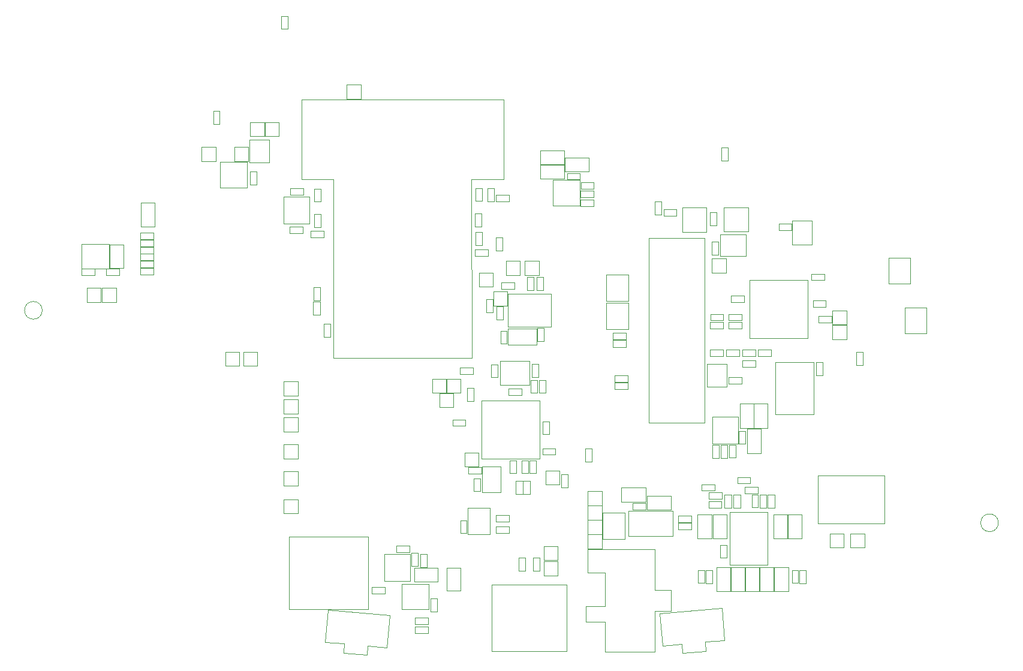
<source format=gbr>
G04 #@! TF.GenerationSoftware,KiCad,Pcbnew,(6.0.4)*
G04 #@! TF.CreationDate,2022-04-03T21:35:01+02:00*
G04 #@! TF.ProjectId,mch2021,6d636832-3032-4312-9e6b-696361645f70,3*
G04 #@! TF.SameCoordinates,Original*
G04 #@! TF.FileFunction,Other,User*
%FSLAX46Y46*%
G04 Gerber Fmt 4.6, Leading zero omitted, Abs format (unit mm)*
G04 Created by KiCad (PCBNEW (6.0.4)) date 2022-04-03 21:35:01*
%MOMM*%
%LPD*%
G01*
G04 APERTURE LIST*
%ADD10C,0.050000*%
%ADD11C,0.120000*%
G04 APERTURE END LIST*
D10*
X66250000Y-30000000D02*
G75*
G03*
X66250000Y-30000000I-1250000J0D01*
G01*
X-68750000Y0D02*
G75*
G03*
X-68750000Y0I-1250000J0D01*
G01*
X25570000Y-1670000D02*
X25570000Y-2610000D01*
X25570000Y-2610000D02*
X27430000Y-2610000D01*
X27430000Y-1670000D02*
X25570000Y-1670000D01*
X27430000Y-2610000D02*
X27430000Y-1670000D01*
X25590000Y-1435000D02*
X27410000Y-1435000D01*
X27410000Y-515000D02*
X25590000Y-515000D01*
X27410000Y-1435000D02*
X27410000Y-515000D01*
X25590000Y-515000D02*
X25590000Y-1435000D01*
X46210000Y-5845000D02*
X46210000Y-7705000D01*
X46210000Y-7705000D02*
X47150000Y-7705000D01*
X47150000Y-5845000D02*
X46210000Y-5845000D01*
X47150000Y-7705000D02*
X47150000Y-5845000D01*
X27840000Y-5540000D02*
X27840000Y-6460000D01*
X27840000Y-6460000D02*
X29660000Y-6460000D01*
X29660000Y-6460000D02*
X29660000Y-5540000D01*
X29660000Y-5540000D02*
X27840000Y-5540000D01*
X21636300Y11013500D02*
X25036300Y11013500D01*
X21636300Y14513500D02*
X21636300Y11013500D01*
X25036300Y14513500D02*
X21636300Y14513500D01*
X25036300Y11013500D02*
X25036300Y14513500D01*
X28498120Y1140200D02*
X30318120Y1140200D01*
X30318120Y2060200D02*
X28498120Y2060200D01*
X30318120Y1140200D02*
X30318120Y2060200D01*
X28498120Y2060200D02*
X28498120Y1140200D01*
X27440900Y14549860D02*
X27440900Y11149860D01*
X30940900Y14549860D02*
X27440900Y14549860D01*
X27440900Y11149860D02*
X30940900Y11149860D01*
X30940900Y11149860D02*
X30940900Y14549860D01*
X14008700Y5027540D02*
X14008700Y1327540D01*
X14008700Y5027540D02*
X10908700Y5027540D01*
X10908700Y1327540D02*
X14008700Y1327540D01*
X10908700Y1327540D02*
X10908700Y5027540D01*
X40865000Y-820000D02*
X40865000Y-1760000D01*
X42725000Y-1760000D02*
X42725000Y-820000D01*
X40865000Y-1760000D02*
X42725000Y-1760000D01*
X42725000Y-820000D02*
X40865000Y-820000D01*
X14008700Y1033540D02*
X14008700Y-2666460D01*
X14008700Y1033540D02*
X10908700Y1033540D01*
X10908700Y-2666460D02*
X10908700Y1033540D01*
X10908700Y-2666460D02*
X14008700Y-2666460D01*
X17760000Y13545000D02*
X18700000Y13545000D01*
X17760000Y15405000D02*
X17760000Y13545000D01*
X18700000Y13545000D02*
X18700000Y15405000D01*
X18700000Y15405000D02*
X17760000Y15405000D01*
D11*
X8250000Y-37000000D02*
X10750000Y-37000000D01*
X17750000Y-42500000D02*
X20000000Y-42500000D01*
X17750000Y-33750000D02*
X8500000Y-33750000D01*
X8500000Y-33750000D02*
X8250000Y-33750000D01*
X8000000Y-41750000D02*
X8000000Y-44000000D01*
X10750000Y-44000000D02*
X10750000Y-48250000D01*
X10750000Y-41750000D02*
X8250000Y-41750000D01*
X8000000Y-44000000D02*
X10750000Y-44000000D01*
X8250000Y-41750000D02*
X8000000Y-41750000D01*
X17750000Y-48250000D02*
X17750000Y-42500000D01*
X20000000Y-39500000D02*
X17750000Y-39500000D01*
X10750000Y-48250000D02*
X17750000Y-48250000D01*
X10750000Y-37000000D02*
X10750000Y-41750000D01*
X17750000Y-34750000D02*
X17750000Y-33750000D01*
X17750000Y-39500000D02*
X17750000Y-34750000D01*
X20000000Y-42500000D02*
X20000000Y-39500000D01*
X8250000Y-33750000D02*
X8250000Y-37000000D01*
D10*
X16871040Y-15874560D02*
X16871040Y10225440D01*
X16871040Y10225440D02*
X24771040Y10225440D01*
X24771040Y-15874560D02*
X16871040Y-15874560D01*
X24771040Y10225440D02*
X24771040Y-15874560D01*
X53848660Y7440680D02*
X53848660Y3740680D01*
X53848660Y7440680D02*
X50748660Y7440680D01*
X50748660Y3740680D02*
X53848660Y3740680D01*
X50748660Y3740680D02*
X50748660Y7440680D01*
X53020000Y-3280000D02*
X53020000Y420000D01*
X56120000Y420000D02*
X53020000Y420000D01*
X53020000Y-3280000D02*
X56120000Y-3280000D01*
X56120000Y420000D02*
X56120000Y-3280000D01*
X31930000Y-7030000D02*
X30070000Y-7030000D01*
X30070000Y-7970000D02*
X31930000Y-7970000D01*
X31930000Y-7970000D02*
X31930000Y-7030000D01*
X30070000Y-7030000D02*
X30070000Y-7970000D01*
X12075000Y-11120000D02*
X13935000Y-11120000D01*
X13935000Y-11120000D02*
X13935000Y-10180000D01*
X12075000Y-10180000D02*
X12075000Y-11120000D01*
X13935000Y-10180000D02*
X12075000Y-10180000D01*
X31930000Y-5530000D02*
X30070000Y-5530000D01*
X31930000Y-6470000D02*
X31930000Y-5530000D01*
X30070000Y-5530000D02*
X30070000Y-6470000D01*
X30070000Y-6470000D02*
X31930000Y-6470000D01*
X18971040Y14297760D02*
X18971040Y13357760D01*
X20831040Y14297760D02*
X18971040Y14297760D01*
X18971040Y13357760D02*
X20831040Y13357760D01*
X20831040Y13357760D02*
X20831040Y14297760D01*
X-5801000Y8598000D02*
X-7661000Y8598000D01*
X-5801000Y7658000D02*
X-5801000Y8598000D01*
X-7661000Y7658000D02*
X-5801000Y7658000D01*
X-7661000Y8598000D02*
X-7661000Y7658000D01*
X25561520Y13857940D02*
X25561520Y11997940D01*
X26501520Y11997940D02*
X26501520Y13857940D01*
X26501520Y13857940D02*
X25561520Y13857940D01*
X25561520Y11997940D02*
X26501520Y11997940D01*
X25570000Y-6470000D02*
X27430000Y-6470000D01*
X27430000Y-5530000D02*
X25570000Y-5530000D01*
X27430000Y-6470000D02*
X27430000Y-5530000D01*
X25570000Y-5530000D02*
X25570000Y-6470000D01*
X27885800Y-10789720D02*
X27885800Y-7589720D01*
X27885800Y-10789720D02*
X25085800Y-10789720D01*
X25085800Y-7589720D02*
X27885800Y-7589720D01*
X25085800Y-10789720D02*
X25085800Y-7589720D01*
X39861400Y5164080D02*
X39861400Y4244080D01*
X41681400Y5164080D02*
X39861400Y5164080D01*
X41681400Y4244080D02*
X41681400Y5164080D01*
X39861400Y4244080D02*
X41681400Y4244080D01*
X31121040Y4273440D02*
X39361040Y4273440D01*
X39361040Y-3966560D02*
X31121040Y-3966560D01*
X31121040Y-3966560D02*
X31121040Y4273440D01*
X39361040Y4273440D02*
X39361040Y-3966560D01*
X28190000Y-1435000D02*
X30010000Y-1435000D01*
X30010000Y-515000D02*
X28190000Y-515000D01*
X30010000Y-1435000D02*
X30010000Y-515000D01*
X28190000Y-515000D02*
X28190000Y-1435000D01*
X-4628140Y547820D02*
X-4628140Y-1272180D01*
X-4628140Y-1272180D02*
X-3708140Y-1272180D01*
X-3708140Y-1272180D02*
X-3708140Y547820D01*
X-3708140Y547820D02*
X-4628140Y547820D01*
X-3910000Y3960000D02*
X-3910000Y3040000D01*
X-3910000Y3040000D02*
X-2090000Y3040000D01*
X-2090000Y3960000D02*
X-3910000Y3960000D01*
X-2090000Y3040000D02*
X-2090000Y3960000D01*
X-4050000Y-4705000D02*
X-3130000Y-4705000D01*
X-4050000Y-2885000D02*
X-4050000Y-4705000D01*
X-3130000Y-4705000D02*
X-3130000Y-2885000D01*
X-3130000Y-2885000D02*
X-4050000Y-2885000D01*
X1137720Y-4323620D02*
X2057720Y-4323620D01*
X1137720Y-2503620D02*
X1137720Y-4323620D01*
X2057720Y-2503620D02*
X1137720Y-2503620D01*
X2057720Y-4323620D02*
X2057720Y-2503620D01*
X27160000Y22950000D02*
X27160000Y21130000D01*
X27160000Y21130000D02*
X28080000Y21130000D01*
X28080000Y22950000D02*
X27160000Y22950000D01*
X28080000Y21130000D02*
X28080000Y22950000D01*
X-11600000Y-36373000D02*
X-11600000Y-39573000D01*
X-11600000Y-36373000D02*
X-9700000Y-36373000D01*
X-11600000Y-39573000D02*
X-9700000Y-39573000D01*
X-9700000Y-36373000D02*
X-9700000Y-39573000D01*
X-31880000Y17210000D02*
X-33740000Y17210000D01*
X-33740000Y16270000D02*
X-31880000Y16270000D01*
X-33740000Y17210000D02*
X-33740000Y16270000D01*
X-31880000Y16270000D02*
X-31880000Y17210000D01*
X-15730000Y-36145000D02*
X-15730000Y-34285000D01*
X-16670000Y-36145000D02*
X-15730000Y-36145000D01*
X-16670000Y-34285000D02*
X-16670000Y-36145000D01*
X-15730000Y-34285000D02*
X-16670000Y-34285000D01*
X680000Y4735000D02*
X-260000Y4735000D01*
X680000Y2875000D02*
X680000Y4735000D01*
X-260000Y4735000D02*
X-260000Y2875000D01*
X-260000Y2875000D02*
X680000Y2875000D01*
X-6070000Y1585000D02*
X-6070000Y-275000D01*
X-5130000Y1585000D02*
X-6070000Y1585000D01*
X-5130000Y-275000D02*
X-5130000Y1585000D01*
X-6070000Y-275000D02*
X-5130000Y-275000D01*
X1090000Y4740000D02*
X1090000Y2880000D01*
X1090000Y2880000D02*
X2030000Y2880000D01*
X2030000Y2880000D02*
X2030000Y4740000D01*
X2030000Y4740000D02*
X1090000Y4740000D01*
X-25765000Y29861000D02*
X-23765000Y29861000D01*
X-25765000Y29861000D02*
X-25765000Y31861000D01*
X-23765000Y31861000D02*
X-25765000Y31861000D01*
X-23765000Y31861000D02*
X-23765000Y29861000D01*
X-3286000Y4969000D02*
X-1286000Y4969000D01*
X-3286000Y4969000D02*
X-3286000Y6969000D01*
X-1286000Y6969000D02*
X-3286000Y6969000D01*
X-1286000Y6969000D02*
X-1286000Y4969000D01*
X27784300Y7283960D02*
X25784300Y7283960D01*
X27784300Y7283960D02*
X27784300Y5283960D01*
X25784300Y5283960D02*
X25784300Y7283960D01*
X25784300Y5283960D02*
X27784300Y5283960D01*
X44800000Y0D02*
X44800000Y-2000000D01*
X42800000Y-2000000D02*
X42800000Y0D01*
X44800000Y0D02*
X42800000Y0D01*
X42800000Y-2000000D02*
X44800000Y-2000000D01*
X-39466980Y24079000D02*
X-39466980Y20879000D01*
X-39466980Y24079000D02*
X-36666980Y24079000D01*
X-36666980Y20879000D02*
X-39466980Y20879000D01*
X-36666980Y24079000D02*
X-36666980Y20879000D01*
X-4675000Y16300000D02*
X-4675000Y15380000D01*
X-2855000Y15380000D02*
X-2855000Y16300000D01*
X-4675000Y15380000D02*
X-2855000Y15380000D01*
X-2855000Y16300000D02*
X-4675000Y16300000D01*
X-12867500Y-38270000D02*
X-12867500Y-36370000D01*
X-16227500Y-36370000D02*
X-16227500Y-38270000D01*
X-12867500Y-36370000D02*
X-16227500Y-36370000D01*
X-16227500Y-38270000D02*
X-12867500Y-38270000D01*
X-2980000Y-2550640D02*
X1020000Y-2550640D01*
X-2980000Y-4850640D02*
X1020000Y-4850640D01*
X-2980000Y-4850640D02*
X-2980000Y-2550640D01*
X1020000Y-4850640D02*
X1020000Y-2550640D01*
X-3000000Y-2350000D02*
X-3000000Y2350000D01*
X-3000000Y2350000D02*
X3100000Y2350000D01*
X3100000Y-2350000D02*
X-3000000Y-2350000D01*
X3100000Y-2300000D02*
X3100000Y-2350000D01*
X3100000Y2350000D02*
X3100000Y-2300000D01*
X-4924720Y15402200D02*
X-4924720Y17262200D01*
X-4924720Y17262200D02*
X-5864720Y17262200D01*
X-5864720Y17262200D02*
X-5864720Y15402200D01*
X-5864720Y15402200D02*
X-4924720Y15402200D01*
X-3730000Y10255000D02*
X-4670000Y10255000D01*
X-3730000Y8395000D02*
X-3730000Y10255000D01*
X-4670000Y10255000D02*
X-4670000Y8395000D01*
X-4670000Y8395000D02*
X-3730000Y8395000D01*
X-7581920Y15447600D02*
X-6661920Y15447600D01*
X-7581920Y17267600D02*
X-7581920Y15447600D01*
X-6661920Y15447600D02*
X-6661920Y17267600D01*
X-6661920Y17267600D02*
X-7581920Y17267600D01*
X-6717960Y11795400D02*
X-6717960Y13655400D01*
X-7657960Y11795400D02*
X-6717960Y11795400D01*
X-6717960Y13655400D02*
X-7657960Y13655400D01*
X-7657960Y13655400D02*
X-7657960Y11795400D01*
X-29005000Y11225000D02*
X-30865000Y11225000D01*
X-29005000Y10285000D02*
X-29005000Y11225000D01*
X-30865000Y11225000D02*
X-30865000Y10285000D01*
X-30865000Y10285000D02*
X-29005000Y10285000D01*
X-30340320Y17166000D02*
X-30340320Y15346000D01*
X-30340320Y15346000D02*
X-29420320Y15346000D01*
X-29420320Y17166000D02*
X-30340320Y17166000D01*
X-29420320Y15346000D02*
X-29420320Y17166000D01*
X-30479720Y-668400D02*
X-29539720Y-668400D01*
X-29539720Y1191600D02*
X-30479720Y1191600D01*
X-29539720Y-668400D02*
X-29539720Y1191600D01*
X-30479720Y1191600D02*
X-30479720Y-668400D01*
X-28980520Y-1871600D02*
X-28980520Y-3731600D01*
X-28980520Y-3731600D02*
X-28040520Y-3731600D01*
X-28040520Y-3731600D02*
X-28040520Y-1871600D01*
X-28040520Y-1871600D02*
X-28980520Y-1871600D01*
X-30350320Y13553800D02*
X-30350320Y11693800D01*
X-30350320Y11693800D02*
X-29410320Y11693800D01*
X-29410320Y11693800D02*
X-29410320Y13553800D01*
X-29410320Y13553800D02*
X-30350320Y13553800D01*
X-14150000Y-42220000D02*
X-14150000Y-38620000D01*
X-14150000Y-38620000D02*
X-17950000Y-38620000D01*
X-17950000Y-38620000D02*
X-17950000Y-42220000D01*
X-17950000Y-42220000D02*
X-14150000Y-42220000D01*
X-14270000Y-43380000D02*
X-16130000Y-43380000D01*
X-16130000Y-43380000D02*
X-16130000Y-44320000D01*
X-14270000Y-44320000D02*
X-14270000Y-43380000D01*
X-16130000Y-44320000D02*
X-14270000Y-44320000D01*
X-19675464Y-43055455D02*
X-28441977Y-42288485D01*
X-26212303Y-48355902D02*
X-22924860Y-48643516D01*
X-20072022Y-47588141D02*
X-19675464Y-43055455D01*
X-22811558Y-47348463D02*
X-20072022Y-47588141D01*
X-22924860Y-48643516D02*
X-22811558Y-47348463D01*
X-26099000Y-47060849D02*
X-26212303Y-48355902D01*
X-28441977Y-42288485D02*
X-28838536Y-46821171D01*
X-28838536Y-46821171D02*
X-26099000Y-47060849D01*
X-14420000Y-36255000D02*
X-14420000Y-34435000D01*
X-14420000Y-34435000D02*
X-15340000Y-34435000D01*
X-15340000Y-36255000D02*
X-14420000Y-36255000D01*
X-15340000Y-34435000D02*
X-15340000Y-36255000D01*
X-34646860Y16061800D02*
X-34646860Y12261800D01*
X-31046860Y16061800D02*
X-34646860Y16061800D01*
X-34646860Y12261800D02*
X-31046860Y12261800D01*
X-31046860Y12261800D02*
X-31046860Y16061800D01*
X-33853060Y11799700D02*
X-33853060Y10859700D01*
X-33853060Y10859700D02*
X-31993060Y10859700D01*
X-31993060Y10859700D02*
X-31993060Y11799700D01*
X-31993060Y11799700D02*
X-33853060Y11799700D01*
X-54848320Y15212800D02*
X-54848320Y11812800D01*
X-54848320Y11812800D02*
X-52888320Y11812800D01*
X-52888320Y11812800D02*
X-52888320Y15212800D01*
X-52888320Y15212800D02*
X-54848320Y15212800D01*
X13703520Y-4107280D02*
X13703520Y-3167280D01*
X11843520Y-4107280D02*
X13703520Y-4107280D01*
X13703520Y-3167280D02*
X11843520Y-3167280D01*
X11843520Y-3167280D02*
X11843520Y-4107280D01*
X-39420900Y19581220D02*
X-39420900Y17721220D01*
X-38480900Y17721220D02*
X-38480900Y19581220D01*
X-38480900Y19581220D02*
X-39420900Y19581220D01*
X-39420900Y17721220D02*
X-38480900Y17721220D01*
X546000Y-34884000D02*
X546000Y-36744000D01*
X1486000Y-34884000D02*
X546000Y-34884000D01*
X546000Y-36744000D02*
X1486000Y-36744000D01*
X1486000Y-36744000D02*
X1486000Y-34884000D01*
X-44610000Y26320000D02*
X-43690000Y26320000D01*
X-43690000Y26320000D02*
X-43690000Y28140000D01*
X-44610000Y28140000D02*
X-44610000Y26320000D01*
X-43690000Y28140000D02*
X-44610000Y28140000D01*
X-546000Y-34884000D02*
X-1486000Y-34884000D01*
X-1486000Y-36744000D02*
X-546000Y-36744000D01*
X-546000Y-36744000D02*
X-546000Y-34884000D01*
X-1486000Y-34884000D02*
X-1486000Y-36744000D01*
X25750420Y9687920D02*
X25750420Y7827920D01*
X25750420Y7827920D02*
X26690420Y7827920D01*
X26690420Y9687920D02*
X25750420Y9687920D01*
X26690420Y7827920D02*
X26690420Y9687920D01*
X32340000Y-6460000D02*
X34160000Y-6460000D01*
X34160000Y-6460000D02*
X34160000Y-5540000D01*
X32340000Y-5540000D02*
X32340000Y-6460000D01*
X34160000Y-5540000D02*
X32340000Y-5540000D01*
X26940900Y10721940D02*
X26940900Y7621940D01*
X26940900Y10721940D02*
X30640900Y10721940D01*
X30640900Y7621940D02*
X26940900Y7621940D01*
X30640900Y7621940D02*
X30640900Y10721940D01*
X30010000Y-1680000D02*
X28190000Y-1680000D01*
X28190000Y-1680000D02*
X28190000Y-2600000D01*
X28190000Y-2600000D02*
X30010000Y-2600000D01*
X30010000Y-2600000D02*
X30010000Y-1680000D01*
X-33921000Y-31984000D02*
X-22721000Y-31984000D01*
X-22721000Y-31984000D02*
X-22721000Y-42184000D01*
X-33921000Y-42184000D02*
X-33921000Y-31984000D01*
X-22721000Y-42184000D02*
X-33921000Y-42184000D01*
X34800000Y-14700000D02*
X34800000Y-7300000D01*
X34800000Y-7300000D02*
X40200000Y-7300000D01*
X40200000Y-7300000D02*
X40200000Y-14700000D01*
X40200000Y-14700000D02*
X34800000Y-14700000D01*
X41470000Y-9180000D02*
X41470000Y-7320000D01*
X40530000Y-7320000D02*
X40530000Y-9180000D01*
X41470000Y-7320000D02*
X40530000Y-7320000D01*
X40530000Y-9180000D02*
X41470000Y-9180000D01*
X7920000Y-21355000D02*
X8860000Y-21355000D01*
X8860000Y-19495000D02*
X7920000Y-19495000D01*
X8860000Y-21355000D02*
X8860000Y-19495000D01*
X7920000Y-19495000D02*
X7920000Y-21355000D01*
X32337200Y-26016000D02*
X31417200Y-26016000D01*
X31417200Y-27836000D02*
X32337200Y-27836000D01*
X31417200Y-26016000D02*
X31417200Y-27836000D01*
X32337200Y-27836000D02*
X32337200Y-26016000D01*
X1310000Y-9415000D02*
X1310000Y-7595000D01*
X390000Y-9415000D02*
X1310000Y-9415000D01*
X390000Y-7595000D02*
X390000Y-9415000D01*
X1310000Y-7595000D02*
X390000Y-7595000D01*
X-4120000Y-7130000D02*
X80000Y-7130000D01*
X80000Y-10530000D02*
X-4120000Y-10530000D01*
X-4120000Y-10530000D02*
X-4120000Y-7130000D01*
X80000Y-7130000D02*
X80000Y-10530000D01*
X2296920Y-24624540D02*
X2296920Y-22624540D01*
X4296920Y-22624540D02*
X4296920Y-24624540D01*
X2296920Y-24624540D02*
X4296920Y-24624540D01*
X4296920Y-22624540D02*
X2296920Y-22624540D01*
X-5360000Y-7630000D02*
X-5360000Y-9450000D01*
X-4440000Y-9450000D02*
X-4440000Y-7630000D01*
X-5360000Y-9450000D02*
X-4440000Y-9450000D01*
X-4440000Y-7630000D02*
X-5360000Y-7630000D01*
X-7826000Y-25548000D02*
X-6906000Y-25548000D01*
X-6906000Y-25548000D02*
X-6906000Y-23728000D01*
X-6906000Y-23728000D02*
X-7826000Y-23728000D01*
X-7826000Y-23728000D02*
X-7826000Y-25548000D01*
X-8996000Y-15415000D02*
X-10816000Y-15415000D01*
X-8996000Y-16335000D02*
X-8996000Y-15415000D01*
X-10816000Y-15415000D02*
X-10816000Y-16335000D01*
X-10816000Y-16335000D02*
X-8996000Y-16335000D01*
X5438240Y-24999040D02*
X5438240Y-23139040D01*
X4498240Y-24999040D02*
X5438240Y-24999040D01*
X4498240Y-23139040D02*
X4498240Y-24999040D01*
X5438240Y-23139040D02*
X4498240Y-23139040D01*
X16432000Y-27015000D02*
X16432000Y-25055000D01*
X13032000Y-25055000D02*
X13032000Y-27015000D01*
X16432000Y-25055000D02*
X13032000Y-25055000D01*
X13032000Y-27015000D02*
X16432000Y-27015000D01*
X16460000Y-28146000D02*
X16460000Y-27226000D01*
X14640000Y-27226000D02*
X14640000Y-28146000D01*
X16460000Y-27226000D02*
X14640000Y-27226000D01*
X14640000Y-28146000D02*
X16460000Y-28146000D01*
X22881000Y-30020000D02*
X21061000Y-30020000D01*
X22881000Y-30940000D02*
X22881000Y-30020000D01*
X21061000Y-30940000D02*
X22881000Y-30940000D01*
X21061000Y-30020000D02*
X21061000Y-30940000D01*
X14035000Y-28349000D02*
X14035000Y-31849000D01*
X20255000Y-28349000D02*
X14035000Y-28349000D01*
X14035000Y-31849000D02*
X20255000Y-31849000D01*
X20255000Y-31849000D02*
X20255000Y-28349000D01*
X22881000Y-29004000D02*
X21061000Y-29004000D01*
X21061000Y-29004000D02*
X21061000Y-29924000D01*
X22881000Y-29924000D02*
X22881000Y-29004000D01*
X21061000Y-29924000D02*
X22881000Y-29924000D01*
X27977200Y-20830000D02*
X27977200Y-18970000D01*
X27037200Y-20830000D02*
X27977200Y-20830000D01*
X27977200Y-18970000D02*
X27037200Y-18970000D01*
X27037200Y-18970000D02*
X27037200Y-20830000D01*
X29167200Y-18990000D02*
X28247200Y-18990000D01*
X29167200Y-20810000D02*
X29167200Y-18990000D01*
X28247200Y-18990000D02*
X28247200Y-20810000D01*
X28247200Y-20810000D02*
X29167200Y-20810000D01*
X25837200Y-18970000D02*
X25837200Y-20830000D01*
X26777200Y-20830000D02*
X26777200Y-18970000D01*
X26777200Y-18970000D02*
X25837200Y-18970000D01*
X25837200Y-20830000D02*
X26777200Y-20830000D01*
X-43631900Y17341560D02*
X-39831900Y17341560D01*
X-39831900Y20941560D02*
X-43631900Y20941560D01*
X-39831900Y17341560D02*
X-39831900Y20941560D01*
X-43631900Y20941560D02*
X-43631900Y17341560D01*
X9130000Y16860100D02*
X7270000Y16860100D01*
X7270000Y15920100D02*
X9130000Y15920100D01*
X7270000Y16860100D02*
X7270000Y15920100D01*
X9130000Y15920100D02*
X9130000Y16860100D01*
X7290000Y17130100D02*
X9110000Y17130100D01*
X7290000Y18050100D02*
X7290000Y17130100D01*
X9110000Y17130100D02*
X9110000Y18050100D01*
X9110000Y18050100D02*
X7290000Y18050100D01*
X7157980Y19390000D02*
X5337980Y19390000D01*
X7157980Y18470000D02*
X7157980Y19390000D01*
X5337980Y19390000D02*
X5337980Y18470000D01*
X5337980Y18470000D02*
X7157980Y18470000D01*
X1547980Y20610100D02*
X4947980Y20610100D01*
X4947980Y22570100D02*
X1547980Y22570100D01*
X4947980Y20610100D02*
X4947980Y22570100D01*
X1547980Y22570100D02*
X1547980Y20610100D01*
X5012500Y19594000D02*
X8412500Y19594000D01*
X5012500Y21554000D02*
X5012500Y19594000D01*
X8412500Y19594000D02*
X8412500Y21554000D01*
X8412500Y21554000D02*
X5012500Y21554000D01*
X1547980Y20570100D02*
X1547980Y18610100D01*
X4947980Y20570100D02*
X1547980Y20570100D01*
X1547980Y18610100D02*
X4947980Y18610100D01*
X4947980Y18610100D02*
X4947980Y20570100D01*
X7270000Y14720100D02*
X9130000Y14720100D01*
X9130000Y15660100D02*
X7270000Y15660100D01*
X9130000Y14720100D02*
X9130000Y15660100D01*
X7270000Y15660100D02*
X7270000Y14720100D01*
X3347980Y18390100D02*
X3347980Y14790100D01*
X3347980Y14790100D02*
X7147980Y14790100D01*
X7147980Y14790100D02*
X7147980Y18390100D01*
X7147980Y18390100D02*
X3347980Y18390100D01*
X-9799620Y-8080000D02*
X-9799620Y-9020000D01*
X-7939620Y-9020000D02*
X-7939620Y-8080000D01*
X-7939620Y-8080000D02*
X-9799620Y-8080000D01*
X-9799620Y-9020000D02*
X-7939620Y-9020000D01*
X-16840000Y-38210000D02*
X-16840000Y-34410000D01*
X-20440000Y-34410000D02*
X-20440000Y-38210000D01*
X-20440000Y-38210000D02*
X-16840000Y-38210000D01*
X-16840000Y-34410000D02*
X-20440000Y-34410000D01*
X-18735000Y-33240000D02*
X-18735000Y-34180000D01*
X-18735000Y-34180000D02*
X-16875000Y-34180000D01*
X-16875000Y-33240000D02*
X-18735000Y-33240000D01*
X-16875000Y-34180000D02*
X-16875000Y-33240000D01*
X-22181620Y-39072580D02*
X-22181620Y-40012580D01*
X-20321620Y-39072580D02*
X-22181620Y-39072580D01*
X-20321620Y-40012580D02*
X-20321620Y-39072580D01*
X-22181620Y-40012580D02*
X-20321620Y-40012580D01*
X-30470000Y1435000D02*
X-29530000Y1435000D01*
X-29530000Y1435000D02*
X-29530000Y3295000D01*
X-29530000Y3295000D02*
X-30470000Y3295000D01*
X-30470000Y3295000D02*
X-30470000Y1435000D01*
X-34084000Y41550000D02*
X-35004000Y41550000D01*
X-34084000Y39730000D02*
X-34084000Y41550000D01*
X-35004000Y39730000D02*
X-34084000Y39730000D01*
X-35004000Y41550000D02*
X-35004000Y39730000D01*
X40090000Y443440D02*
X41910000Y443440D01*
X40090000Y1363440D02*
X40090000Y443440D01*
X41910000Y443440D02*
X41910000Y1363440D01*
X41910000Y1363440D02*
X40090000Y1363440D01*
X20011500Y-28158000D02*
X20011500Y-26198000D01*
X20011500Y-26198000D02*
X16611500Y-26198000D01*
X16611500Y-28158000D02*
X20011500Y-28158000D01*
X16611500Y-26198000D02*
X16611500Y-28158000D01*
X31687200Y-13205360D02*
X29727200Y-13205360D01*
X29727200Y-16605360D02*
X31687200Y-16605360D01*
X31687200Y-16605360D02*
X31687200Y-13205360D01*
X29727200Y-13205360D02*
X29727200Y-16605360D01*
X25907200Y-15005360D02*
X25907200Y-18805360D01*
X25907200Y-18805360D02*
X29507200Y-18805360D01*
X29507200Y-15005360D02*
X25907200Y-15005360D01*
X29507200Y-18805360D02*
X29507200Y-15005360D01*
X30770000Y-16757500D02*
X30770000Y-20157500D01*
X30770000Y-20157500D02*
X32730000Y-20157500D01*
X32730000Y-20157500D02*
X32730000Y-16757500D01*
X32730000Y-16757500D02*
X30770000Y-16757500D01*
X31727200Y-13205360D02*
X31727200Y-16605360D01*
X31727200Y-16605360D02*
X33687200Y-16605360D01*
X33687200Y-13205360D02*
X31727200Y-13205360D01*
X33687200Y-16605360D02*
X33687200Y-13205360D01*
X30535000Y-18870000D02*
X30535000Y-17050000D01*
X30535000Y-17050000D02*
X29615000Y-17050000D01*
X29615000Y-18870000D02*
X30535000Y-18870000D01*
X29615000Y-17050000D02*
X29615000Y-18870000D01*
X-13922000Y-40700000D02*
X-13922000Y-42520000D01*
X-13002000Y-42520000D02*
X-13002000Y-40700000D01*
X-13922000Y-42520000D02*
X-13002000Y-42520000D01*
X-13002000Y-40700000D02*
X-13922000Y-40700000D01*
X-46237860Y21070060D02*
X-46237860Y23070060D01*
X-46237860Y21070060D02*
X-44237860Y21070060D01*
X-44237860Y23070060D02*
X-44237860Y21070060D01*
X-44237860Y23070060D02*
X-46237860Y23070060D01*
X-39640000Y23070060D02*
X-41640000Y23070060D01*
X-39640000Y23070060D02*
X-39640000Y21070060D01*
X-41640000Y21070060D02*
X-41640000Y23070060D01*
X-41640000Y21070060D02*
X-39640000Y21070060D01*
X-37325000Y24577680D02*
X-37325000Y26577680D01*
X-35325000Y26577680D02*
X-37325000Y26577680D01*
X-37325000Y24577680D02*
X-35325000Y24577680D01*
X-35325000Y26577680D02*
X-35325000Y24577680D01*
X-39412880Y24577680D02*
X-39412880Y26577680D01*
X-37412880Y26577680D02*
X-39412880Y26577680D01*
X-37412880Y26577680D02*
X-37412880Y24577680D01*
X-39412880Y24577680D02*
X-37412880Y24577680D01*
X-53070000Y10970000D02*
X-54930000Y10970000D01*
X-54930000Y10970000D02*
X-54930000Y10030000D01*
X-54930000Y10030000D02*
X-53070000Y10030000D01*
X-53070000Y10030000D02*
X-53070000Y10970000D01*
X-53070000Y9030000D02*
X-53070000Y9970000D01*
X-54930000Y9030000D02*
X-53070000Y9030000D01*
X-54930000Y9970000D02*
X-54930000Y9030000D01*
X-53070000Y9970000D02*
X-54930000Y9970000D01*
X-54930000Y8030000D02*
X-53070000Y8030000D01*
X-53070000Y8970000D02*
X-54930000Y8970000D01*
X-54930000Y8970000D02*
X-54930000Y8030000D01*
X-53070000Y8030000D02*
X-53070000Y8970000D01*
X-53070000Y7970000D02*
X-54930000Y7970000D01*
X-54930000Y7030000D02*
X-53070000Y7030000D01*
X-53070000Y7030000D02*
X-53070000Y7970000D01*
X-54930000Y7970000D02*
X-54930000Y7030000D01*
X-54930000Y6030000D02*
X-53070000Y6030000D01*
X-53070000Y6970000D02*
X-54930000Y6970000D01*
X-54930000Y6970000D02*
X-54930000Y6030000D01*
X-53070000Y6030000D02*
X-53070000Y6970000D01*
X-53070000Y5030000D02*
X-53070000Y5970000D01*
X-53070000Y5970000D02*
X-54930000Y5970000D01*
X-54930000Y5970000D02*
X-54930000Y5030000D01*
X-54930000Y5030000D02*
X-53070000Y5030000D01*
X-851000Y-25949000D02*
X89000Y-25949000D01*
X89000Y-25949000D02*
X89000Y-24089000D01*
X89000Y-24089000D02*
X-851000Y-24089000D01*
X-851000Y-24089000D02*
X-851000Y-25949000D01*
X-927000Y-25949000D02*
X-927000Y-24089000D01*
X-927000Y-24089000D02*
X-1867000Y-24089000D01*
X-1867000Y-24089000D02*
X-1867000Y-25949000D01*
X-1867000Y-25949000D02*
X-927000Y-25949000D01*
X-5069020Y2635900D02*
X-3069020Y2635900D01*
X-5069020Y2635900D02*
X-5069020Y635900D01*
X-3069020Y635900D02*
X-5069020Y635900D01*
X-3069020Y635900D02*
X-3069020Y2635900D01*
X-103820Y-21180240D02*
X-1023820Y-21180240D01*
X-1023820Y-23000240D02*
X-103820Y-23000240D01*
X-1023820Y-21180240D02*
X-1023820Y-23000240D01*
X-103820Y-23000240D02*
X-103820Y-21180240D01*
X-2746000Y-23010460D02*
X-1826000Y-23010460D01*
X-2746000Y-21190460D02*
X-2746000Y-23010460D01*
X-1826000Y-21190460D02*
X-2746000Y-21190460D01*
X-1826000Y-23010460D02*
X-1826000Y-21190460D01*
X1884060Y-20396320D02*
X3704060Y-20396320D01*
X3704060Y-19476320D02*
X1884060Y-19476320D01*
X1884060Y-19476320D02*
X1884060Y-20396320D01*
X3704060Y-20396320D02*
X3704060Y-19476320D01*
X2855280Y-15663360D02*
X1935280Y-15663360D01*
X2855280Y-17483360D02*
X2855280Y-15663360D01*
X1935280Y-15663360D02*
X1935280Y-17483360D01*
X1935280Y-17483360D02*
X2855280Y-17483360D01*
X68380Y-23012940D02*
X988380Y-23012940D01*
X68380Y-21192940D02*
X68380Y-23012940D01*
X988380Y-21192940D02*
X68380Y-21192940D01*
X988380Y-23012940D02*
X988380Y-21192940D01*
X218180Y-11654200D02*
X1138180Y-11654200D01*
X1138180Y-11654200D02*
X1138180Y-9834200D01*
X218180Y-9834200D02*
X218180Y-11654200D01*
X1138180Y-9834200D02*
X218180Y-9834200D01*
X-8550000Y-23076000D02*
X-6690000Y-23076000D01*
X-6690000Y-23076000D02*
X-6690000Y-22136000D01*
X-6690000Y-22136000D02*
X-8550000Y-22136000D01*
X-8550000Y-22136000D02*
X-8550000Y-23076000D01*
X-6761780Y-12780780D02*
X-6761780Y-20990780D01*
X-6761780Y-12780780D02*
X1448220Y-12780780D01*
X-6761780Y-20990780D02*
X1448220Y-20990780D01*
X1448220Y-12780780D02*
X1448220Y-20990780D01*
X-13700000Y-11668000D02*
X-11700000Y-11668000D01*
X-11700000Y-9668000D02*
X-11700000Y-11668000D01*
X-11700000Y-9668000D02*
X-13700000Y-9668000D01*
X-13700000Y-11668000D02*
X-13700000Y-9668000D01*
X-9668000Y-9668000D02*
X-11668000Y-9668000D01*
X-11668000Y-11668000D02*
X-9668000Y-11668000D01*
X-9668000Y-9668000D02*
X-9668000Y-11668000D01*
X-11668000Y-11668000D02*
X-11668000Y-9668000D01*
X-3628920Y29765000D02*
X-32128920Y29765000D01*
X-3628920Y18485000D02*
X-8128920Y18485000D01*
X-8108920Y-6705000D02*
X-8128920Y18485000D01*
X-3628920Y29765000D02*
X-3628920Y18485000D01*
X-27628920Y18485000D02*
X-27608920Y-6705000D01*
X-8108920Y-6705000D02*
X-27608920Y-6705000D01*
X-27628920Y18485000D02*
X-32128920Y18485000D01*
X-32128920Y29765000D02*
X-32128920Y18485000D01*
X-4034000Y-22076000D02*
X-6634000Y-22076000D01*
X-6634000Y-22076000D02*
X-6634000Y-25676000D01*
X-6634000Y-25676000D02*
X-4034000Y-25676000D01*
X-4034000Y-25676000D02*
X-4034000Y-22076000D01*
X-7817860Y-12804820D02*
X-7817860Y-10984820D01*
X-7817860Y-10984820D02*
X-8737860Y-10984820D01*
X-8737860Y-12804820D02*
X-7817860Y-12804820D01*
X-8737860Y-10984820D02*
X-8737860Y-12804820D01*
X35244360Y11325600D02*
X37064360Y11325600D01*
X37064360Y12245600D02*
X35244360Y12245600D01*
X37064360Y11325600D02*
X37064360Y12245600D01*
X35244360Y12245600D02*
X35244360Y11325600D01*
X39947040Y9234700D02*
X37147040Y9234700D01*
X37147040Y9234700D02*
X37147040Y12634700D01*
X37147040Y12634700D02*
X39947040Y12634700D01*
X39947040Y12634700D02*
X39947040Y9234700D01*
X1386580Y-11649120D02*
X2306580Y-11649120D01*
X2306580Y-11649120D02*
X2306580Y-9829120D01*
X1386580Y-9829120D02*
X1386580Y-11649120D01*
X2306580Y-9829120D02*
X1386580Y-9829120D01*
X-1079140Y-12006680D02*
X-1079140Y-11066680D01*
X-2939140Y-11066680D02*
X-2939140Y-12006680D01*
X-1079140Y-11066680D02*
X-2939140Y-11066680D01*
X-2939140Y-12006680D02*
X-1079140Y-12006680D01*
X-7096000Y3318000D02*
X-7096000Y5318000D01*
X-5096000Y5318000D02*
X-5096000Y3318000D01*
X-5096000Y5318000D02*
X-7096000Y5318000D01*
X-7096000Y3318000D02*
X-5096000Y3318000D01*
X-7128000Y-20082000D02*
X-9128000Y-20082000D01*
X-7128000Y-20082000D02*
X-7128000Y-22082000D01*
X-9128000Y-22082000D02*
X-7128000Y-22082000D01*
X-9128000Y-22082000D02*
X-9128000Y-20082000D01*
X44800000Y-2100000D02*
X44800000Y-4100000D01*
X42800000Y-4100000D02*
X42800000Y-2100000D01*
X42800000Y-4100000D02*
X44800000Y-4100000D01*
X44800000Y-2100000D02*
X42800000Y-2100000D01*
X-40910000Y-5858000D02*
X-42910000Y-5858000D01*
X-40910000Y-5858000D02*
X-40910000Y-7858000D01*
X-42910000Y-7858000D02*
X-40910000Y-7858000D01*
X-42910000Y-7858000D02*
X-42910000Y-5858000D01*
X-16130000Y-44630000D02*
X-16130000Y-45570000D01*
X-16130000Y-45570000D02*
X-14270000Y-45570000D01*
X-14270000Y-44630000D02*
X-16130000Y-44630000D01*
X-14270000Y-45570000D02*
X-14270000Y-44630000D01*
X-59743500Y5860000D02*
X-59743500Y4920000D01*
X-57883500Y4920000D02*
X-57883500Y5860000D01*
X-57883500Y5860000D02*
X-59743500Y5860000D01*
X-59743500Y4920000D02*
X-57883500Y4920000D01*
X26452000Y-36300000D02*
X26452000Y-39700000D01*
X26452000Y-39700000D02*
X28412000Y-39700000D01*
X28412000Y-39700000D02*
X28412000Y-36300000D01*
X28412000Y-36300000D02*
X26452000Y-36300000D01*
X-32655000Y-26686000D02*
X-34655000Y-26686000D01*
X-34655000Y-28686000D02*
X-34655000Y-26686000D01*
X-32655000Y-26686000D02*
X-32655000Y-28686000D01*
X-34655000Y-28686000D02*
X-32655000Y-28686000D01*
X10271000Y-27575000D02*
X10271000Y-29575000D01*
X8271000Y-29575000D02*
X10271000Y-29575000D01*
X8271000Y-29575000D02*
X8271000Y-27575000D01*
X10271000Y-27575000D02*
X8271000Y-27575000D01*
X33693000Y-25994000D02*
X33693000Y-27854000D01*
X34633000Y-25994000D02*
X33693000Y-25994000D01*
X33693000Y-27854000D02*
X34633000Y-27854000D01*
X34633000Y-27854000D02*
X34633000Y-25994000D01*
X-32655000Y-18939000D02*
X-34655000Y-18939000D01*
X-32655000Y-18939000D02*
X-32655000Y-20939000D01*
X-34655000Y-20939000D02*
X-32655000Y-20939000D01*
X-34655000Y-20939000D02*
X-34655000Y-18939000D01*
X-32655000Y-12589000D02*
X-32655000Y-14589000D01*
X-32655000Y-12589000D02*
X-34655000Y-12589000D01*
X-34655000Y-14589000D02*
X-34655000Y-12589000D01*
X-34655000Y-14589000D02*
X-32655000Y-14589000D01*
X32550000Y-27854000D02*
X33490000Y-27854000D01*
X33490000Y-25994000D02*
X32550000Y-25994000D01*
X33490000Y-27854000D02*
X33490000Y-25994000D01*
X32550000Y-25994000D02*
X32550000Y-27854000D01*
X39078000Y-36662000D02*
X38138000Y-36662000D01*
X38138000Y-38522000D02*
X39078000Y-38522000D01*
X38138000Y-36662000D02*
X38138000Y-38522000D01*
X39078000Y-38522000D02*
X39078000Y-36662000D01*
X36510400Y-28830800D02*
X36510400Y-32230800D01*
X38470400Y-32230800D02*
X38470400Y-28830800D01*
X38470400Y-28830800D02*
X36510400Y-28830800D01*
X36510400Y-32230800D02*
X38470400Y-32230800D01*
X-8673000Y-31625000D02*
X-5573000Y-31625000D01*
X-5573000Y-27925000D02*
X-8673000Y-27925000D01*
X-8673000Y-31625000D02*
X-8673000Y-27925000D01*
X-5573000Y-27925000D02*
X-5573000Y-31625000D01*
X30439000Y-25870000D02*
X32299000Y-25870000D01*
X32299000Y-24930000D02*
X30439000Y-24930000D01*
X32299000Y-25870000D02*
X32299000Y-24930000D01*
X30439000Y-24930000D02*
X30439000Y-25870000D01*
X11843520Y-5169000D02*
X13703520Y-5169000D01*
X13703520Y-5169000D02*
X13703520Y-4229000D01*
X13703520Y-4229000D02*
X11843520Y-4229000D01*
X11843520Y-4229000D02*
X11843520Y-5169000D01*
X34508000Y-39700000D02*
X34508000Y-36300000D01*
X32548000Y-39700000D02*
X34508000Y-39700000D01*
X34508000Y-36300000D02*
X32548000Y-36300000D01*
X32548000Y-36300000D02*
X32548000Y-39700000D01*
X4048000Y-33290000D02*
X2048000Y-33290000D01*
X2048000Y-35290000D02*
X2048000Y-33290000D01*
X4048000Y-33290000D02*
X4048000Y-35290000D01*
X2048000Y-35290000D02*
X4048000Y-35290000D01*
X44434000Y-31512000D02*
X44434000Y-33512000D01*
X42434000Y-33512000D02*
X44434000Y-33512000D01*
X42434000Y-33512000D02*
X42434000Y-31512000D01*
X44434000Y-31512000D02*
X42434000Y-31512000D01*
X13935000Y-9182000D02*
X12075000Y-9182000D01*
X12075000Y-9182000D02*
X12075000Y-10122000D01*
X13935000Y-10122000D02*
X13935000Y-9182000D01*
X12075000Y-10122000D02*
X13935000Y-10122000D01*
X-4683000Y-30515000D02*
X-4683000Y-31435000D01*
X-2863000Y-31435000D02*
X-2863000Y-30515000D01*
X-4683000Y-31435000D02*
X-2863000Y-31435000D01*
X-2863000Y-30515000D02*
X-4683000Y-30515000D01*
X24363000Y-25479000D02*
X26183000Y-25479000D01*
X26183000Y-24559000D02*
X24363000Y-24559000D01*
X26183000Y-25479000D02*
X26183000Y-24559000D01*
X24363000Y-24559000D02*
X24363000Y-25479000D01*
X28288000Y-35907200D02*
X28288000Y-28507200D01*
X28288000Y-28507200D02*
X33688000Y-28507200D01*
X33688000Y-35907200D02*
X28288000Y-35907200D01*
X33688000Y-28507200D02*
X33688000Y-35907200D01*
X32476000Y-36300000D02*
X30516000Y-36300000D01*
X32476000Y-39700000D02*
X32476000Y-36300000D01*
X30516000Y-36300000D02*
X30516000Y-39700000D01*
X30516000Y-39700000D02*
X32476000Y-39700000D01*
X2048000Y-37449000D02*
X4048000Y-37449000D01*
X4048000Y-35449000D02*
X4048000Y-37449000D01*
X2048000Y-37449000D02*
X2048000Y-35449000D01*
X4048000Y-35449000D02*
X2048000Y-35449000D01*
X28867000Y-25994000D02*
X28867000Y-27854000D01*
X29807000Y-25994000D02*
X28867000Y-25994000D01*
X28867000Y-27854000D02*
X29807000Y-27854000D01*
X29807000Y-27854000D02*
X29807000Y-25994000D01*
X-4683000Y-29835000D02*
X-2863000Y-29835000D01*
X-2863000Y-29835000D02*
X-2863000Y-28915000D01*
X-4683000Y-28915000D02*
X-4683000Y-29835000D01*
X-2863000Y-28915000D02*
X-4683000Y-28915000D01*
X38010000Y-38502000D02*
X38010000Y-36682000D01*
X38010000Y-36682000D02*
X37090000Y-36682000D01*
X37090000Y-36682000D02*
X37090000Y-38502000D01*
X37090000Y-38502000D02*
X38010000Y-38502000D01*
X-62468000Y1159000D02*
X-62468000Y3159000D01*
X-60468000Y3159000D02*
X-60468000Y1159000D01*
X-62468000Y1159000D02*
X-60468000Y1159000D01*
X-60468000Y3159000D02*
X-62468000Y3159000D01*
X36580000Y-36300000D02*
X34620000Y-36300000D01*
X36580000Y-39700000D02*
X36580000Y-36300000D01*
X34620000Y-39700000D02*
X36580000Y-39700000D01*
X34620000Y-36300000D02*
X34620000Y-39700000D01*
X-12684000Y-13700000D02*
X-10684000Y-13700000D01*
X-10684000Y-11700000D02*
X-10684000Y-13700000D01*
X-10684000Y-11700000D02*
X-12684000Y-11700000D01*
X-12684000Y-13700000D02*
X-12684000Y-11700000D01*
X13469890Y-28580000D02*
X10369890Y-28580000D01*
X10369890Y-32280000D02*
X13469890Y-32280000D01*
X13469890Y-28580000D02*
X13469890Y-32280000D01*
X10369890Y-32280000D02*
X10369890Y-28580000D01*
X28537000Y-25994000D02*
X27597000Y-25994000D01*
X28537000Y-27854000D02*
X28537000Y-25994000D01*
X27597000Y-27854000D02*
X28537000Y-27854000D01*
X27597000Y-25994000D02*
X27597000Y-27854000D01*
X-9731000Y-31485000D02*
X-8811000Y-31485000D01*
X-9731000Y-29665000D02*
X-9731000Y-31485000D01*
X-8811000Y-31485000D02*
X-8811000Y-29665000D01*
X-8811000Y-29665000D02*
X-9731000Y-29665000D01*
X25349000Y-27892000D02*
X27169000Y-27892000D01*
X27169000Y-27892000D02*
X27169000Y-26972000D01*
X27169000Y-26972000D02*
X25349000Y-26972000D01*
X25349000Y-26972000D02*
X25349000Y-27892000D01*
X40746000Y-30116000D02*
X40746000Y-23316000D01*
X50186000Y-23316000D02*
X50186000Y-30116000D01*
X40746000Y-23316000D02*
X50186000Y-23316000D01*
X50186000Y-30116000D02*
X40746000Y-30116000D01*
X8271000Y-31639000D02*
X10271000Y-31639000D01*
X10271000Y-33639000D02*
X10271000Y-31639000D01*
X10271000Y-33639000D02*
X8271000Y-33639000D01*
X8271000Y-31639000D02*
X8271000Y-33639000D01*
X-32655000Y-10049000D02*
X-34655000Y-10049000D01*
X-34655000Y-12049000D02*
X-32655000Y-12049000D01*
X-32655000Y-10049000D02*
X-32655000Y-12049000D01*
X-34655000Y-12049000D02*
X-34655000Y-10049000D01*
X-63182500Y9320000D02*
X-59342500Y9320000D01*
X-59342500Y9320000D02*
X-59342500Y5920000D01*
X-63182500Y5920000D02*
X-63182500Y9320000D01*
X-59342500Y5920000D02*
X-63182500Y5920000D01*
X-58307000Y3159000D02*
X-60307000Y3159000D01*
X-60307000Y1159000D02*
X-60307000Y3159000D01*
X-60307000Y1159000D02*
X-58307000Y1159000D01*
X-58307000Y3159000D02*
X-58307000Y1159000D01*
X45355000Y-33512000D02*
X45355000Y-31512000D01*
X45355000Y-33512000D02*
X47355000Y-33512000D01*
X47355000Y-31512000D02*
X47355000Y-33512000D01*
X47355000Y-31512000D02*
X45355000Y-31512000D01*
X10271000Y-25543000D02*
X10271000Y-27543000D01*
X8271000Y-27543000D02*
X10271000Y-27543000D01*
X8271000Y-27543000D02*
X8271000Y-25543000D01*
X10271000Y-25543000D02*
X8271000Y-25543000D01*
X10271000Y-31607000D02*
X8271000Y-31607000D01*
X8271000Y-29607000D02*
X10271000Y-29607000D01*
X10271000Y-31607000D02*
X10271000Y-29607000D01*
X8271000Y-29607000D02*
X8271000Y-31607000D01*
X1381000Y6969000D02*
X-619000Y6969000D01*
X-619000Y4969000D02*
X1381000Y4969000D01*
X-619000Y4969000D02*
X-619000Y6969000D01*
X1381000Y6969000D02*
X1381000Y4969000D01*
X26972000Y-34946000D02*
X27892000Y-34946000D01*
X26972000Y-33126000D02*
X26972000Y-34946000D01*
X27892000Y-34946000D02*
X27892000Y-33126000D01*
X27892000Y-33126000D02*
X26972000Y-33126000D01*
X25870000Y-38522000D02*
X25870000Y-36662000D01*
X24930000Y-38522000D02*
X25870000Y-38522000D01*
X24930000Y-36662000D02*
X24930000Y-38522000D01*
X25870000Y-36662000D02*
X24930000Y-36662000D01*
X28153000Y-10376000D02*
X30013000Y-10376000D01*
X30013000Y-9436000D02*
X28153000Y-9436000D01*
X28153000Y-9436000D02*
X28153000Y-10376000D01*
X30013000Y-10376000D02*
X30013000Y-9436000D01*
X-57312500Y5940000D02*
X-57312500Y9300000D01*
X-57312500Y9300000D02*
X-59212500Y9300000D01*
X-59212500Y5940000D02*
X-57312500Y5940000D01*
X-59212500Y9300000D02*
X-59212500Y5940000D01*
X25359000Y-26632000D02*
X27219000Y-26632000D01*
X27219000Y-25692000D02*
X25359000Y-25692000D01*
X27219000Y-26632000D02*
X27219000Y-25692000D01*
X25359000Y-25692000D02*
X25359000Y-26632000D01*
X-63172500Y5860000D02*
X-63172500Y4920000D01*
X-61312500Y4920000D02*
X-61312500Y5860000D01*
X-63172500Y4920000D02*
X-61312500Y4920000D01*
X-61312500Y5860000D02*
X-63172500Y5860000D01*
X28484000Y-36300000D02*
X28484000Y-39700000D01*
X28484000Y-39700000D02*
X30444000Y-39700000D01*
X30444000Y-36300000D02*
X28484000Y-36300000D01*
X30444000Y-39700000D02*
X30444000Y-36300000D01*
X36438400Y-28830800D02*
X34478400Y-28830800D01*
X36438400Y-32230800D02*
X36438400Y-28830800D01*
X34478400Y-32230800D02*
X36438400Y-32230800D01*
X34478400Y-28830800D02*
X34478400Y-32230800D01*
X-32655000Y-22749000D02*
X-32655000Y-24749000D01*
X-34655000Y-24749000D02*
X-34655000Y-22749000D01*
X-34655000Y-24749000D02*
X-32655000Y-24749000D01*
X-32655000Y-22749000D02*
X-34655000Y-22749000D01*
X-32655000Y-15129000D02*
X-32655000Y-17129000D01*
X-34655000Y-17129000D02*
X-34655000Y-15129000D01*
X-34655000Y-17129000D02*
X-32655000Y-17129000D01*
X-32655000Y-15129000D02*
X-34655000Y-15129000D01*
X24760000Y-38502000D02*
X24760000Y-36682000D01*
X23840000Y-36682000D02*
X23840000Y-38502000D01*
X23840000Y-38502000D02*
X24760000Y-38502000D01*
X24760000Y-36682000D02*
X23840000Y-36682000D01*
X31235000Y-24463000D02*
X31235000Y-23543000D01*
X31235000Y-23543000D02*
X29415000Y-23543000D01*
X29415000Y-23543000D02*
X29415000Y-24463000D01*
X29415000Y-24463000D02*
X31235000Y-24463000D01*
X-7582000Y9230000D02*
X-6642000Y9230000D01*
X-6642000Y11090000D02*
X-7582000Y11090000D01*
X-7582000Y11090000D02*
X-7582000Y9230000D01*
X-6642000Y9230000D02*
X-6642000Y11090000D01*
X24844137Y-46806849D02*
X27583673Y-46567171D01*
X27187114Y-42034485D02*
X18420601Y-42801455D01*
X18817159Y-47334141D02*
X21556695Y-47094463D01*
X21556695Y-47094463D02*
X21669997Y-48389516D01*
X27583673Y-46567171D02*
X27187114Y-42034485D01*
X21669997Y-48389516D02*
X24957440Y-48101902D01*
X18420601Y-42801455D02*
X18817159Y-47334141D01*
X24957440Y-48101902D02*
X24844137Y-46806849D01*
X25745000Y-28830800D02*
X23785000Y-28830800D01*
X23785000Y-28830800D02*
X23785000Y-32230800D01*
X23785000Y-32230800D02*
X25745000Y-32230800D01*
X25745000Y-32230800D02*
X25745000Y-28830800D01*
X5320000Y-48150000D02*
X-5320000Y-48150000D01*
X5320000Y-38730000D02*
X-5320000Y-38730000D01*
X5320000Y-38730000D02*
X5320000Y-48150000D01*
X-5320000Y-38730000D02*
X-5320000Y-48150000D01*
X27904000Y-28846000D02*
X25944000Y-28846000D01*
X27904000Y-32246000D02*
X27904000Y-28846000D01*
X25944000Y-32246000D02*
X27904000Y-32246000D01*
X25944000Y-28846000D02*
X25944000Y-32246000D01*
X-38370000Y-5858000D02*
X-38370000Y-7858000D01*
X-38370000Y-5858000D02*
X-40370000Y-5858000D01*
X-40370000Y-7858000D02*
X-40370000Y-5858000D01*
X-40370000Y-7858000D02*
X-38370000Y-7858000D01*
M02*

</source>
